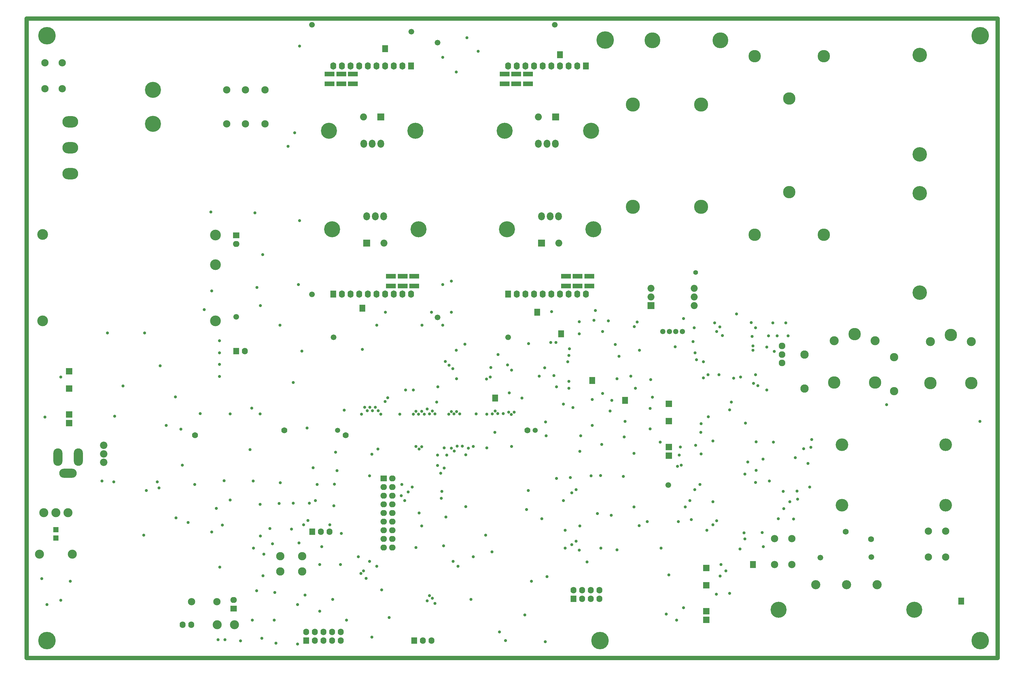
<source format=gbs>
G04 Layer_Color=16711935*
%FSLAX25Y25*%
%MOIN*%
G70*
G01*
G75*
%ADD48C,0.05000*%
%ADD159C,0.16742*%
%ADD160C,0.08080*%
%ADD161R,0.08080X0.08080*%
%ADD162C,0.06112*%
%ADD163C,0.16348*%
%ADD164C,0.14379*%
%ADD165C,0.07698*%
%ADD166R,0.07608X0.07608*%
%ADD167C,0.10443*%
%ADD168O,0.06899X0.07687*%
%ADD169R,0.06899X0.08474*%
%ADD170C,0.09600*%
%ADD171C,0.08600*%
%ADD172C,0.06899*%
%ADD173O,0.07687X0.09261*%
%ADD174C,0.12411*%
%ADD175C,0.12411*%
%ADD176R,0.06899X0.07687*%
%ADD177O,0.07687X0.06899*%
%ADD178R,0.07687X0.06899*%
%ADD179C,0.14600*%
%ADD180C,0.18316*%
%ADD181O,0.10443X0.20285*%
%ADD182O,0.20285X0.10443*%
%ADD183C,0.18600*%
%ADD184C,0.10600*%
%ADD185C,0.05907*%
%ADD186C,0.07000*%
%ADD187C,0.08474*%
%ADD188R,0.08080X0.08080*%
%ADD189O,0.18316X0.13198*%
%ADD190O,0.06899X0.08474*%
%ADD191C,0.06600*%
%ADD192C,0.20285*%
%ADD193C,0.03600*%
%ADD194C,0.05600*%
%ADD195R,0.06112X0.05915*%
%ADD196R,0.11230X0.05718*%
D48*
X-23622Y-20000D02*
X1100000D01*
Y720000D01*
X-23622D02*
X1100000D01*
X-23622Y-20000D02*
Y720000D01*
D159*
X1010000Y677500D02*
D03*
Y562500D02*
D03*
Y402500D02*
D03*
Y517500D02*
D03*
D160*
X698969Y407626D02*
D03*
Y397626D02*
D03*
X748969Y387626D02*
D03*
Y397626D02*
D03*
Y407626D02*
D03*
X366378Y606000D02*
D03*
X592200Y459900D02*
D03*
X568578Y606000D02*
D03*
X390000Y459900D02*
D03*
D161*
X698969Y387626D02*
D03*
D162*
X735218Y357626D02*
D03*
X727718D02*
D03*
X720219D02*
D03*
X712718D02*
D03*
D163*
X678130Y620055D02*
D03*
X756870D02*
D03*
X678130Y501945D02*
D03*
X756870D02*
D03*
D164*
X858900Y627068D02*
D03*
X898861Y676280D02*
D03*
X818939D02*
D03*
X858900Y518800D02*
D03*
X898861Y469587D02*
D03*
X818939D02*
D03*
X1022478Y297784D02*
D03*
X1069722D02*
D03*
X1046100Y353690D02*
D03*
X910978Y298684D02*
D03*
X958222D02*
D03*
X934600Y354590D02*
D03*
D165*
X850500Y321158D02*
D03*
Y340843D02*
D03*
Y331000D02*
D03*
D166*
X719500Y274000D02*
D03*
Y254000D02*
D03*
Y224000D02*
D03*
Y214000D02*
D03*
X25700Y311700D02*
D03*
Y291700D02*
D03*
Y261700D02*
D03*
Y251700D02*
D03*
X763000Y24000D02*
D03*
Y34000D02*
D03*
Y64000D02*
D03*
Y84000D02*
D03*
D167*
X216878Y18315D02*
D03*
X196878D02*
D03*
X10378Y147909D02*
D03*
X24394Y147713D02*
D03*
X-3638Y147713D02*
D03*
X29374Y99721D02*
D03*
X-8618D02*
D03*
X1069722Y345816D02*
D03*
X1022478D02*
D03*
X958222Y346716D02*
D03*
X910978D02*
D03*
D168*
X166878Y18315D02*
D03*
X156878D02*
D03*
X609384Y58045D02*
D03*
X619384Y48045D02*
D03*
Y58045D02*
D03*
X629384Y48045D02*
D03*
Y58045D02*
D03*
X639384Y48045D02*
D03*
Y58045D02*
D03*
X229000Y335000D02*
D03*
X340000Y10000D02*
D03*
Y0D02*
D03*
X330000Y10000D02*
D03*
Y0D02*
D03*
X320000Y10000D02*
D03*
Y0D02*
D03*
X310000Y10000D02*
D03*
Y0D02*
D03*
X300000Y10000D02*
D03*
X435000Y0D02*
D03*
X445000D02*
D03*
X317000Y126000D02*
D03*
X327000D02*
D03*
D169*
X1058000Y45500D02*
D03*
X421378Y665000D02*
D03*
X533578Y400900D02*
D03*
X623578Y665000D02*
D03*
X331378Y400900D02*
D03*
X567278Y379915D02*
D03*
X817000Y88000D02*
D03*
X595000Y355000D02*
D03*
X518500Y280500D02*
D03*
X593500Y678000D02*
D03*
X365000Y384500D02*
D03*
X391378Y685000D02*
D03*
X631000Y301000D02*
D03*
X669000Y278000D02*
D03*
D170*
X269827Y79874D02*
D03*
Y97591D02*
D03*
X295417Y79874D02*
D03*
Y97591D02*
D03*
X980200Y328031D02*
D03*
Y288661D02*
D03*
X876700Y291661D02*
D03*
Y331031D02*
D03*
D171*
X65500Y226000D02*
D03*
Y216000D02*
D03*
Y206157D02*
D03*
D172*
X924236Y125831D02*
D03*
X953764Y117169D02*
D03*
D173*
X366555Y574964D02*
D03*
X376397D02*
D03*
X386240D02*
D03*
X592023Y490936D02*
D03*
X582181D02*
D03*
X572338D02*
D03*
X568755Y574964D02*
D03*
X578597D02*
D03*
X588440D02*
D03*
X389823Y490936D02*
D03*
X379981D02*
D03*
X370138D02*
D03*
D174*
X195000Y370000D02*
D03*
Y469213D02*
D03*
Y435000D02*
D03*
X-5000Y370000D02*
D03*
D175*
Y470000D02*
D03*
D176*
X609384Y48045D02*
D03*
X219000Y335000D02*
D03*
X300000Y0D02*
D03*
X425000D02*
D03*
X307000Y126000D02*
D03*
D177*
X399778Y187415D02*
D03*
X389778Y177415D02*
D03*
X399778D02*
D03*
X389778Y167415D02*
D03*
X399778D02*
D03*
X389778Y157415D02*
D03*
X399778D02*
D03*
X389778Y147415D02*
D03*
X399778D02*
D03*
X389778Y137415D02*
D03*
X399778D02*
D03*
X389778Y127415D02*
D03*
X399778D02*
D03*
X389778Y117415D02*
D03*
X399778D02*
D03*
X389778Y107415D02*
D03*
X399778D02*
D03*
X216000Y47000D02*
D03*
X219000Y459000D02*
D03*
D178*
X389778Y187415D02*
D03*
X216000Y37000D02*
D03*
X219000Y469000D02*
D03*
D179*
X1040000Y226500D02*
D03*
Y156500D02*
D03*
X920000Y226500D02*
D03*
Y156500D02*
D03*
D180*
X779240Y694500D02*
D03*
X700500D02*
D03*
D181*
X36215Y212198D02*
D03*
X12593D02*
D03*
D182*
X24392Y193694D02*
D03*
D183*
X846722Y35500D02*
D03*
X1003722D02*
D03*
X426378Y590000D02*
D03*
X326378D02*
D03*
X122500Y597815D02*
D03*
Y637185D02*
D03*
X532200Y475900D02*
D03*
X632200D02*
D03*
X529778Y590000D02*
D03*
X629778D02*
D03*
X430000Y475900D02*
D03*
X330000D02*
D03*
D184*
X925222Y64500D02*
D03*
X960722D02*
D03*
X889722D02*
D03*
D185*
X336417Y243307D02*
D03*
X565157D02*
D03*
D186*
X171386Y237402D02*
D03*
X274535Y243307D02*
D03*
X345669Y237402D02*
D03*
X555905Y243307D02*
D03*
D187*
X1020000Y96500D02*
D03*
X1040000D02*
D03*
X1020000Y126500D02*
D03*
X1040000D02*
D03*
X196806Y44915D02*
D03*
X167278D02*
D03*
X229778Y637100D02*
D03*
Y597730D02*
D03*
X252278Y637100D02*
D03*
Y597730D02*
D03*
X208000Y637185D02*
D03*
Y597815D02*
D03*
X842000Y88000D02*
D03*
X862000D02*
D03*
X842000Y118000D02*
D03*
X862000D02*
D03*
X17700Y668700D02*
D03*
X-2300D02*
D03*
X17700Y638700D02*
D03*
X-2300D02*
D03*
D188*
X386378Y606000D02*
D03*
X572200Y459900D02*
D03*
X588578Y606000D02*
D03*
X370000Y459900D02*
D03*
D189*
X26878Y540315D02*
D03*
Y600315D02*
D03*
Y570315D02*
D03*
D190*
X371378Y665000D02*
D03*
X351378D02*
D03*
X391378D02*
D03*
X381378D02*
D03*
X341378D02*
D03*
X401378D02*
D03*
X331378D02*
D03*
X411378D02*
D03*
X361378D02*
D03*
X583578Y400900D02*
D03*
X603578D02*
D03*
X563578D02*
D03*
X573578D02*
D03*
X613578D02*
D03*
X553578D02*
D03*
X623578D02*
D03*
X543578D02*
D03*
X593578D02*
D03*
X573578Y665000D02*
D03*
X553578D02*
D03*
X593578D02*
D03*
X583578D02*
D03*
X543578D02*
D03*
X603578D02*
D03*
X533578D02*
D03*
X613578D02*
D03*
X563578D02*
D03*
X381378Y400900D02*
D03*
X401378D02*
D03*
X361378D02*
D03*
X371378D02*
D03*
X411378D02*
D03*
X351378D02*
D03*
X421378D02*
D03*
X341378D02*
D03*
X391378D02*
D03*
D191*
X954028Y96500D02*
D03*
X894972Y96000D02*
D03*
X219000Y374403D02*
D03*
X452000Y374000D02*
D03*
Y692000D02*
D03*
X421500Y704500D02*
D03*
X306700Y712500D02*
D03*
Y400500D02*
D03*
X587500Y712500D02*
D03*
X331500Y350900D02*
D03*
X533500D02*
D03*
X719000Y180000D02*
D03*
D192*
X0Y700000D02*
D03*
Y0D02*
D03*
X1080000Y700000D02*
D03*
X645900Y695000D02*
D03*
X640000Y0D02*
D03*
X1080000D02*
D03*
D193*
X679600Y363200D02*
D03*
X589700Y187400D02*
D03*
Y293400D02*
D03*
X452200D02*
D03*
X736500Y38000D02*
D03*
X131000Y318000D02*
D03*
X88000Y294500D02*
D03*
X16000Y305000D02*
D03*
X659500Y303000D02*
D03*
X662000Y329000D02*
D03*
X631000Y279000D02*
D03*
Y249000D02*
D03*
X387200Y58400D02*
D03*
X750500Y226000D02*
D03*
X744000Y162000D02*
D03*
X597500D02*
D03*
Y273500D02*
D03*
X451000Y276000D02*
D03*
X455700Y193500D02*
D03*
X602500Y322500D02*
D03*
X138000Y249000D02*
D03*
X156500Y203000D02*
D03*
X297000Y134000D02*
D03*
X327378D02*
D03*
X522000Y330900D02*
D03*
X515200Y262200D02*
D03*
X285000Y298400D02*
D03*
X286500Y587500D02*
D03*
X530500Y0D02*
D03*
X537300Y261700D02*
D03*
X523500Y10000D02*
D03*
X534300Y264300D02*
D03*
X430500Y221500D02*
D03*
Y147500D02*
D03*
X473500Y658000D02*
D03*
X468000Y416000D02*
D03*
Y380000D02*
D03*
X445000D02*
D03*
X391500D02*
D03*
X424000Y290000D02*
D03*
X410500Y180500D02*
D03*
X332500Y181000D02*
D03*
X408300Y261900D02*
D03*
X436600D02*
D03*
X477500Y262200D02*
D03*
X496600Y262100D02*
D03*
X521600Y262400D02*
D03*
X540600Y264300D02*
D03*
X535000Y286500D02*
D03*
X604000Y292000D02*
D03*
Y300000D02*
D03*
Y330000D02*
D03*
X604800Y337500D02*
D03*
X589000Y345000D02*
D03*
X456200Y164400D02*
D03*
X457000Y172500D02*
D03*
X308000Y200000D02*
D03*
X205000Y185000D02*
D03*
X171000Y180500D02*
D03*
X129500Y176500D02*
D03*
X115000Y173500D02*
D03*
X77200Y183400D02*
D03*
X78200Y259400D02*
D03*
X-2500Y258500D02*
D03*
X63700Y184400D02*
D03*
X127500Y183500D02*
D03*
X112000Y122000D02*
D03*
X177300Y262400D02*
D03*
X211900Y262300D02*
D03*
X199500Y305500D02*
D03*
Y319500D02*
D03*
Y333000D02*
D03*
X295000Y335000D02*
D03*
X292200Y485900D02*
D03*
Y688000D02*
D03*
X199500Y347000D02*
D03*
X148700Y281900D02*
D03*
X246700Y262100D02*
D03*
X149200Y141900D02*
D03*
X163200Y136400D02*
D03*
X583000Y344800D02*
D03*
X386300Y261900D02*
D03*
X364000D02*
D03*
X643000Y286000D02*
D03*
X681000Y292000D02*
D03*
X759700Y303900D02*
D03*
X765000Y307500D02*
D03*
X777500D02*
D03*
X794700Y303400D02*
D03*
X802500Y305000D02*
D03*
X820000Y307500D02*
D03*
X817500Y297500D02*
D03*
X822500Y295000D02*
D03*
X841500Y334500D02*
D03*
X727000Y340000D02*
D03*
X845000Y352500D02*
D03*
X857500D02*
D03*
X855000Y367500D02*
D03*
X840000D02*
D03*
X835000Y352500D02*
D03*
X833000Y339500D02*
D03*
X792000Y276000D02*
D03*
X790000Y267000D02*
D03*
X182000Y383000D02*
D03*
X616000Y104500D02*
D03*
X243000Y408500D02*
D03*
X637000Y147000D02*
D03*
X249500Y446500D02*
D03*
X247000Y387500D02*
D03*
X576000Y315500D02*
D03*
X240500Y495000D02*
D03*
X569500Y306000D02*
D03*
X189500Y496000D02*
D03*
X586500Y306500D02*
D03*
X190500Y404500D02*
D03*
X683000Y368500D02*
D03*
X27000Y68500D02*
D03*
X736500Y372500D02*
D03*
X0Y41500D02*
D03*
X649500Y370000D02*
D03*
X-6000Y71500D02*
D03*
X633000Y370500D02*
D03*
X16000Y46500D02*
D03*
X634500Y382000D02*
D03*
X155000Y244500D02*
D03*
X584000Y380500D02*
D03*
X237000Y269000D02*
D03*
X698500Y302000D02*
D03*
X344000Y266500D02*
D03*
X700500Y281500D02*
D03*
X301000Y246000D02*
D03*
X698000Y268500D02*
D03*
X334000Y218000D02*
D03*
X698000Y245000D02*
D03*
X235000Y221000D02*
D03*
X709500Y229500D02*
D03*
X270000Y182500D02*
D03*
X733000Y224000D02*
D03*
X238500Y184500D02*
D03*
X734000Y203000D02*
D03*
X290000Y-4000D02*
D03*
X731500Y214500D02*
D03*
X290000Y41500D02*
D03*
X668000Y235500D02*
D03*
X330500Y47500D02*
D03*
X642000Y227000D02*
D03*
X315500Y34000D02*
D03*
X617500Y237000D02*
D03*
X298500Y52500D02*
D03*
X608500Y269500D02*
D03*
X346500Y23500D02*
D03*
X651500Y265500D02*
D03*
X396000Y26500D02*
D03*
X653500Y278000D02*
D03*
X376000Y4000D02*
D03*
X537500Y313000D02*
D03*
X484500Y155000D02*
D03*
X513500Y316000D02*
D03*
X461500Y143000D02*
D03*
X513000Y305000D02*
D03*
X459000Y109500D02*
D03*
X533000Y319000D02*
D03*
X515000Y102500D02*
D03*
X577500Y237000D02*
D03*
X490500Y47500D02*
D03*
X577000Y253000D02*
D03*
X576500Y-1500D02*
D03*
X667000Y190000D02*
D03*
X578500Y74000D02*
D03*
X640500Y191000D02*
D03*
X553000Y29500D02*
D03*
X629500Y190500D02*
D03*
X560500Y68500D02*
D03*
X605500Y188500D02*
D03*
X716500Y30500D02*
D03*
X557000Y173500D02*
D03*
X719500Y76000D02*
D03*
X555000Y151500D02*
D03*
X710500Y107000D02*
D03*
X572500Y141000D02*
D03*
X641000Y107000D02*
D03*
X653000Y145000D02*
D03*
X625000Y91000D02*
D03*
X659500Y105000D02*
D03*
X757000Y251000D02*
D03*
Y216000D02*
D03*
X755700Y180400D02*
D03*
X729700Y201400D02*
D03*
X745500Y140000D02*
D03*
X728700Y23400D02*
D03*
X657500Y342500D02*
D03*
X508500Y302500D02*
D03*
X291000Y412000D02*
D03*
X518400Y240900D02*
D03*
X537500Y224500D02*
D03*
X493300Y224600D02*
D03*
X480800Y225000D02*
D03*
X239000Y107000D02*
D03*
X247000Y121000D02*
D03*
X302000Y139000D02*
D03*
X200000Y85000D02*
D03*
X285000Y159000D02*
D03*
X332000Y156000D02*
D03*
X268500Y158500D02*
D03*
X246500Y157500D02*
D03*
X203000Y133500D02*
D03*
X242500Y57500D02*
D03*
X196000Y153000D02*
D03*
X303500Y159000D02*
D03*
X212000Y162500D02*
D03*
X310500Y162000D02*
D03*
X190500Y125500D02*
D03*
X340500Y124000D02*
D03*
X224000Y-500D02*
D03*
X339500Y88000D02*
D03*
X198000Y1000D02*
D03*
X315500Y88000D02*
D03*
X206000Y1000D02*
D03*
X318000Y108500D02*
D03*
X265000Y-3000D02*
D03*
X291500Y113000D02*
D03*
X248500Y2500D02*
D03*
X261000Y112000D02*
D03*
X237500Y23500D02*
D03*
X258000Y129500D02*
D03*
X263000Y23500D02*
D03*
X283000Y129000D02*
D03*
X263500Y55500D02*
D03*
X251000Y100000D02*
D03*
X250000Y75000D02*
D03*
X449100Y43000D02*
D03*
Y262300D02*
D03*
X442800Y52000D02*
D03*
Y262200D02*
D03*
X528000Y262700D02*
D03*
X518500Y265600D02*
D03*
X433500Y224200D02*
D03*
Y132500D02*
D03*
X669000Y253500D02*
D03*
X685500Y336000D02*
D03*
X694700Y137400D02*
D03*
X730700D02*
D03*
X971500Y273000D02*
D03*
X807700Y192400D02*
D03*
X808200Y251400D02*
D03*
X774500Y53500D02*
D03*
X866000Y211500D02*
D03*
X790000Y54500D02*
D03*
X884000Y223500D02*
D03*
X779000Y74500D02*
D03*
X885000Y232500D02*
D03*
X785500Y80500D02*
D03*
X875500Y222000D02*
D03*
X780000Y88000D02*
D03*
X882500Y177500D02*
D03*
X802000Y106000D02*
D03*
X880500Y205000D02*
D03*
X829000Y108500D02*
D03*
X868000Y173000D02*
D03*
X807500Y117500D02*
D03*
X852000Y172500D02*
D03*
X827500Y125000D02*
D03*
X859500Y160500D02*
D03*
X806500Y124500D02*
D03*
X868500Y163500D02*
D03*
X811000Y206500D02*
D03*
X852500Y152500D02*
D03*
X828500Y210000D02*
D03*
X864000Y140500D02*
D03*
X820500Y197000D02*
D03*
X820000Y183000D02*
D03*
X440000Y46000D02*
D03*
Y268000D02*
D03*
X446000Y49000D02*
D03*
Y265500D02*
D03*
X675500Y306000D02*
D03*
X685200Y133000D02*
D03*
X775000Y138500D02*
D03*
X836000Y184500D02*
D03*
X798000Y378000D02*
D03*
X840500Y229500D02*
D03*
X820500Y230000D02*
D03*
X549500Y280500D02*
D03*
X643000Y357500D02*
D03*
X474000Y303000D02*
D03*
Y265000D02*
D03*
X469500Y314500D02*
D03*
X471100Y262200D02*
D03*
X465200Y318500D02*
D03*
X468000Y265000D02*
D03*
X461000Y323000D02*
D03*
X464900Y262000D02*
D03*
X846200Y140900D02*
D03*
X1079500Y253500D02*
D03*
X70000Y356000D02*
D03*
X113000D02*
D03*
X616000Y355000D02*
D03*
Y369000D02*
D03*
X833000Y290000D02*
D03*
X738700Y154400D02*
D03*
X679200D02*
D03*
Y216400D02*
D03*
X484700Y214900D02*
D03*
X471200Y219300D02*
D03*
X509000Y222900D02*
D03*
X507500Y122000D02*
D03*
X509000Y262000D02*
D03*
X473500Y336000D02*
D03*
X486000Y697500D02*
D03*
X365000Y336900D02*
D03*
X269500Y364900D02*
D03*
X279000Y571900D02*
D03*
X499000Y682000D02*
D03*
X483500Y343000D02*
D03*
X557200Y343400D02*
D03*
X458000Y675000D02*
D03*
Y412000D02*
D03*
Y365000D02*
D03*
X434000D02*
D03*
X381500D02*
D03*
X415000Y290000D02*
D03*
X452000Y202400D02*
D03*
Y214500D02*
D03*
X459700Y199400D02*
D03*
Y223000D02*
D03*
X770500Y231000D02*
D03*
Y160500D02*
D03*
X474500Y224800D02*
D03*
X487600Y222400D02*
D03*
X616700Y218900D02*
D03*
Y132400D02*
D03*
X770500Y133900D02*
D03*
X380000Y269900D02*
D03*
X373700D02*
D03*
X367700D02*
D03*
X360200Y96900D02*
D03*
X493200D02*
D03*
X468000Y222500D02*
D03*
X475700Y85900D02*
D03*
X381700D02*
D03*
X376000Y215500D02*
D03*
X391200Y276400D02*
D03*
X383200Y265900D02*
D03*
X369200Y71900D02*
D03*
X599700Y106900D02*
D03*
Y127400D02*
D03*
X763700D02*
D03*
X765200Y258900D02*
D03*
X376700Y265900D02*
D03*
X366200Y80400D02*
D03*
X612200Y114900D02*
D03*
Y174400D02*
D03*
X749700D02*
D03*
X756500Y241000D02*
D03*
X370700Y265900D02*
D03*
X363200Y77400D02*
D03*
X607200Y110900D02*
D03*
Y170900D02*
D03*
X394200Y280900D02*
D03*
X383000Y221500D02*
D03*
X778500Y363000D02*
D03*
X775000Y357500D02*
D03*
X781500Y353000D02*
D03*
X772500Y367500D02*
D03*
X749000Y362000D02*
D03*
X816000Y352000D02*
D03*
X747500Y346000D02*
D03*
X817000Y336000D02*
D03*
X815000Y368000D02*
D03*
X820000Y362000D02*
D03*
X817000Y341000D02*
D03*
X759500Y322500D02*
D03*
X751500Y325000D02*
D03*
X750000Y333000D02*
D03*
X427100Y265100D02*
D03*
X414000Y162000D02*
D03*
X433500Y265100D02*
D03*
X422500Y177500D02*
D03*
X430100Y261800D02*
D03*
X418000Y172000D02*
D03*
X424000Y261900D02*
D03*
X410000Y167500D02*
D03*
X312500Y180500D02*
D03*
X335500Y196500D02*
D03*
X373200Y190500D02*
D03*
Y91500D02*
D03*
X470000D02*
D03*
X462700Y214400D02*
D03*
X426900Y224600D02*
D03*
Y107500D02*
D03*
D194*
X750600Y425800D02*
D03*
D195*
X10200Y118577D02*
D03*
Y128223D02*
D03*
D196*
X543000Y655609D02*
D03*
Y644191D02*
D03*
X340500D02*
D03*
Y655609D02*
D03*
X556500D02*
D03*
Y644191D02*
D03*
X354000D02*
D03*
Y655609D02*
D03*
X627500Y410191D02*
D03*
Y421609D02*
D03*
X425000D02*
D03*
Y410191D02*
D03*
X614000D02*
D03*
Y421609D02*
D03*
X411500D02*
D03*
Y410191D02*
D03*
X600500D02*
D03*
Y421609D02*
D03*
X398000D02*
D03*
Y410191D02*
D03*
X327000Y655609D02*
D03*
Y644191D02*
D03*
X529500D02*
D03*
Y655609D02*
D03*
M02*

</source>
